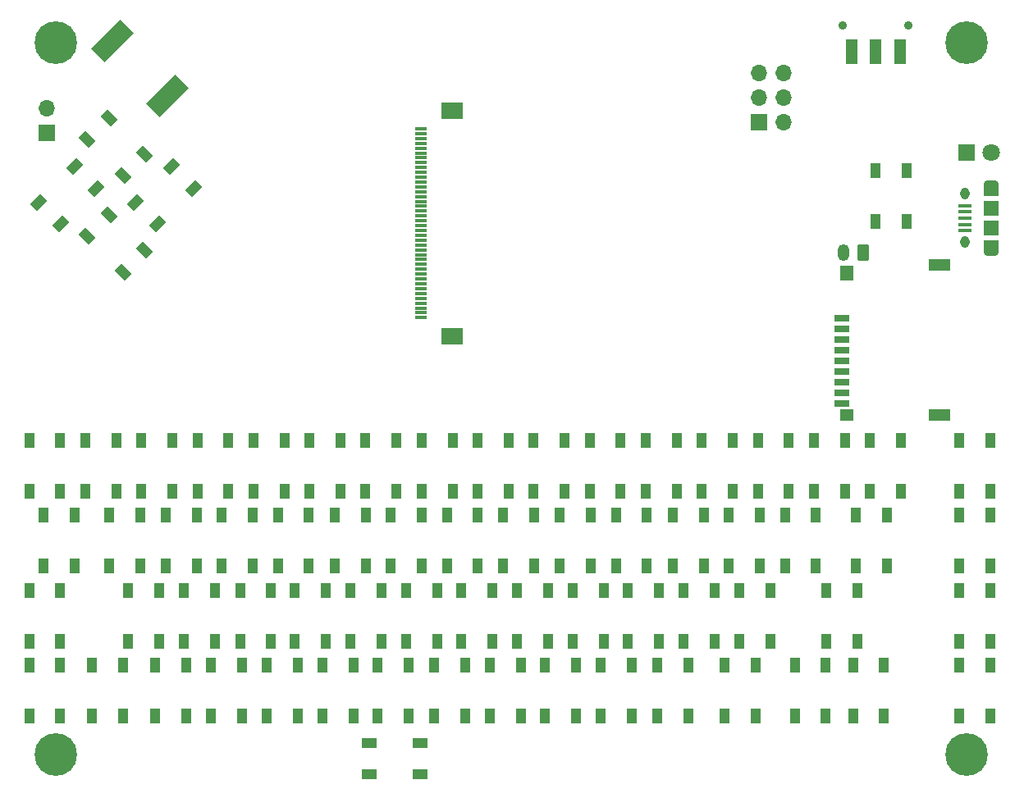
<source format=gbr>
%TF.GenerationSoftware,KiCad,Pcbnew,(6.0.0)*%
%TF.CreationDate,2022-05-08T19:44:55+10:00*%
%TF.ProjectId,paxbadge2022,70617862-6164-4676-9532-3032322e6b69,rev?*%
%TF.SameCoordinates,Original*%
%TF.FileFunction,Soldermask,Top*%
%TF.FilePolarity,Negative*%
%FSLAX46Y46*%
G04 Gerber Fmt 4.6, Leading zero omitted, Abs format (unit mm)*
G04 Created by KiCad (PCBNEW (6.0.0)) date 2022-05-08 19:44:55*
%MOMM*%
%LPD*%
G01*
G04 APERTURE LIST*
G04 Aperture macros list*
%AMRoundRect*
0 Rectangle with rounded corners*
0 $1 Rounding radius*
0 $2 $3 $4 $5 $6 $7 $8 $9 X,Y pos of 4 corners*
0 Add a 4 corners polygon primitive as box body*
4,1,4,$2,$3,$4,$5,$6,$7,$8,$9,$2,$3,0*
0 Add four circle primitives for the rounded corners*
1,1,$1+$1,$2,$3*
1,1,$1+$1,$4,$5*
1,1,$1+$1,$6,$7*
1,1,$1+$1,$8,$9*
0 Add four rect primitives between the rounded corners*
20,1,$1+$1,$2,$3,$4,$5,0*
20,1,$1+$1,$4,$5,$6,$7,0*
20,1,$1+$1,$6,$7,$8,$9,0*
20,1,$1+$1,$8,$9,$2,$3,0*%
%AMRotRect*
0 Rectangle, with rotation*
0 The origin of the aperture is its center*
0 $1 length*
0 $2 width*
0 $3 Rotation angle, in degrees counterclockwise*
0 Add horizontal line*
21,1,$1,$2,0,0,$3*%
G04 Aperture macros list end*
%ADD10C,1.800000*%
%ADD11R,1.800000X1.800000*%
%ADD12R,1.000000X1.550000*%
%ADD13C,4.400000*%
%ADD14RotRect,1.550000X1.000000X135.000000*%
%ADD15RotRect,2.000000X4.200000X135.000000*%
%ADD16RotRect,1.550000X1.000000X45.000000*%
%ADD17R,1.700000X1.700000*%
%ADD18O,1.700000X1.700000*%
%ADD19R,1.300000X0.300000*%
%ADD20R,2.200000X1.800000*%
%ADD21R,1.600000X0.700000*%
%ADD22R,2.200000X1.200000*%
%ADD23R,1.400000X1.200000*%
%ADD24R,1.400000X1.600000*%
%ADD25R,1.350000X0.400000*%
%ADD26O,0.950000X1.250000*%
%ADD27R,1.550000X1.200000*%
%ADD28R,1.550000X1.500000*%
%ADD29O,1.550000X0.890000*%
%ADD30C,0.900000*%
%ADD31R,1.250000X2.500000*%
%ADD32RotRect,1.550000X1.000000X225.000000*%
%ADD33R,1.550000X1.000000*%
%ADD34RoundRect,0.250000X0.350000X0.625000X-0.350000X0.625000X-0.350000X-0.625000X0.350000X-0.625000X0*%
%ADD35O,1.200000X1.750000*%
G04 APERTURE END LIST*
D10*
%TO.C,D2*%
X135900000Y-74800000D03*
D11*
X133360000Y-74800000D03*
%TD*%
D12*
%TO.C,SW61*%
X94480000Y-109775000D03*
X94480000Y-104525000D03*
X97680000Y-109775000D03*
X97680000Y-104525000D03*
%TD*%
D13*
%TO.C,H1*%
X39350000Y-63450000D03*
%TD*%
D12*
%TO.C,SW15*%
X108840000Y-112275000D03*
X108840000Y-117525000D03*
X112040000Y-112275000D03*
X112040000Y-117525000D03*
%TD*%
%TO.C,SW62*%
X106050001Y-104525000D03*
X106050001Y-109775000D03*
X109250001Y-104525000D03*
X109250001Y-109775000D03*
%TD*%
D14*
%TO.C,SW67*%
X42589754Y-83492332D03*
X46302064Y-87204642D03*
X44852496Y-81229590D03*
X48564806Y-84941900D03*
%TD*%
D12*
%TO.C,SW10*%
X50740000Y-112275000D03*
X50740000Y-117525000D03*
X53940000Y-112275000D03*
X53940000Y-117525000D03*
%TD*%
%TO.C,SW2*%
X54000000Y-109775000D03*
X54000000Y-104525000D03*
X57200000Y-109775000D03*
X57200000Y-104525000D03*
%TD*%
%TO.C,SW37*%
X84180000Y-133025000D03*
X84180000Y-127775000D03*
X87380000Y-133025000D03*
X87380000Y-127775000D03*
%TD*%
%TO.C,SW23*%
X104170000Y-120025000D03*
X104170000Y-125275000D03*
X107370000Y-120025000D03*
X107370000Y-125275000D03*
%TD*%
%TO.C,SW54*%
X103060000Y-117525000D03*
X103060000Y-112275000D03*
X106260000Y-112275000D03*
X106260000Y-117525000D03*
%TD*%
D15*
%TO.C,LS1*%
X50928427Y-68978427D03*
X45271573Y-63321573D03*
%TD*%
D12*
%TO.C,SW26*%
X43150001Y-127775000D03*
X43150001Y-133025000D03*
X46350001Y-133025000D03*
X46350001Y-127775000D03*
%TD*%
%TO.C,SW48*%
X132650000Y-112274999D03*
X132650000Y-117524999D03*
X135850000Y-117524999D03*
X135850000Y-112274999D03*
%TD*%
%TO.C,SW27*%
X55369999Y-133025000D03*
X55369999Y-127775000D03*
X58569999Y-133025000D03*
X58569999Y-127775000D03*
%TD*%
%TO.C,SW65*%
X121950001Y-117525000D03*
X121950001Y-112275000D03*
X125150001Y-117525000D03*
X125150001Y-112275000D03*
%TD*%
%TO.C,SW44*%
X75580000Y-125275000D03*
X75580000Y-120025000D03*
X78780000Y-125275000D03*
X78780000Y-120025000D03*
%TD*%
%TO.C,SW63*%
X117610000Y-109775000D03*
X117610000Y-104525000D03*
X120810000Y-109775000D03*
X120810000Y-104525000D03*
%TD*%
D16*
%TO.C,SW69*%
X51311996Y-76262474D03*
X47599686Y-79974784D03*
X49862428Y-82237526D03*
X53574738Y-78525216D03*
%TD*%
D17*
%TO.C,J1*%
X38500000Y-72775000D03*
D18*
X38500000Y-70235000D03*
%TD*%
D12*
%TO.C,SW3*%
X65560000Y-104525000D03*
X65560000Y-109775000D03*
X68760000Y-104525000D03*
X68760000Y-109775000D03*
%TD*%
D13*
%TO.C,H3*%
X39350000Y-136950000D03*
%TD*%
D12*
%TO.C,SW52*%
X79740000Y-112275000D03*
X79740000Y-117525000D03*
X82940000Y-117525000D03*
X82940000Y-112275000D03*
%TD*%
%TO.C,SW53*%
X91400000Y-117525000D03*
X91400000Y-112275000D03*
X94600000Y-117525000D03*
X94600000Y-112275000D03*
%TD*%
%TO.C,SW5*%
X88700000Y-109775000D03*
X88700000Y-104525000D03*
X91900000Y-109775000D03*
X91900000Y-104525000D03*
%TD*%
%TO.C,SW51*%
X68180000Y-117525000D03*
X68180000Y-112275000D03*
X71380000Y-112275000D03*
X71380000Y-117525000D03*
%TD*%
%TO.C,SW58*%
X59780000Y-104525000D03*
X59780000Y-109775000D03*
X62980000Y-109775000D03*
X62980000Y-104525000D03*
%TD*%
D13*
%TO.C,H4*%
X133350000Y-136950000D03*
%TD*%
D12*
%TO.C,SW25*%
X36650000Y-120025000D03*
X36650000Y-125275000D03*
X39850000Y-125275000D03*
X39850000Y-120025000D03*
%TD*%
%TO.C,SW47*%
X109950000Y-125275000D03*
X109950000Y-120025000D03*
X113150000Y-125275000D03*
X113150000Y-120025000D03*
%TD*%
%TO.C,SW49*%
X44899999Y-117525000D03*
X44899999Y-112275000D03*
X48099999Y-117525000D03*
X48099999Y-112275000D03*
%TD*%
%TO.C,SW55*%
X114620000Y-117525000D03*
X114620000Y-112275000D03*
X117820000Y-112275000D03*
X117820000Y-117525000D03*
%TD*%
%TO.C,SW12*%
X73960000Y-117524999D03*
X73960000Y-112274999D03*
X77160000Y-117524999D03*
X77160000Y-112274999D03*
%TD*%
%TO.C,SW46*%
X98390000Y-125275000D03*
X98390000Y-120025000D03*
X101590000Y-125275000D03*
X101590000Y-120025000D03*
%TD*%
D19*
%TO.C,J5*%
X77041863Y-72375009D03*
X77041863Y-72875009D03*
X77041863Y-73375009D03*
X77041863Y-73875009D03*
X77041863Y-74375009D03*
X77041863Y-74875009D03*
X77041863Y-75375009D03*
X77041863Y-75875009D03*
X77041863Y-76375009D03*
X77041863Y-76875009D03*
X77041863Y-77375009D03*
X77041863Y-77875009D03*
X77041863Y-78375009D03*
X77041863Y-78875009D03*
X77041863Y-79375009D03*
X77041863Y-79875009D03*
X77041863Y-80375009D03*
X77041863Y-80875009D03*
X77041863Y-81375009D03*
X77041863Y-81875009D03*
X77041863Y-82375009D03*
X77041863Y-82875009D03*
X77041863Y-83375009D03*
X77041863Y-83875009D03*
X77041863Y-84375009D03*
X77041863Y-84875009D03*
X77041863Y-85375009D03*
X77041863Y-85875009D03*
X77041863Y-86375009D03*
X77041863Y-86875009D03*
X77041863Y-87375009D03*
X77041863Y-87875009D03*
X77041863Y-88375009D03*
X77041863Y-88875009D03*
X77041863Y-89375009D03*
X77041863Y-89875009D03*
X77041863Y-90375009D03*
X77041863Y-90875009D03*
X77041863Y-91375009D03*
X77041863Y-91875009D03*
D20*
X80291863Y-93775009D03*
X80291863Y-70475009D03*
%TD*%
D12*
%TO.C,SW39*%
X108400000Y-133025000D03*
X108400000Y-127775000D03*
X111600000Y-133025000D03*
X111600000Y-127775000D03*
%TD*%
%TO.C,SW70*%
X127200000Y-76675000D03*
X127200000Y-81925000D03*
X124000000Y-76675000D03*
X124000000Y-81925000D03*
%TD*%
%TO.C,SW13*%
X85545001Y-112275000D03*
X85545001Y-117525000D03*
X88745001Y-112275000D03*
X88745001Y-117525000D03*
%TD*%
D21*
%TO.C,J6*%
X120499998Y-91950000D03*
X120499998Y-93050000D03*
X120499998Y-94150000D03*
X120499998Y-95250000D03*
X120499998Y-96350000D03*
D22*
X130599998Y-86400000D03*
D23*
X120999998Y-101900000D03*
D24*
X120999998Y-87300000D03*
D22*
X130599998Y-101900000D03*
D21*
X120499998Y-97450000D03*
X120499998Y-98550000D03*
X120499998Y-99650000D03*
X120499998Y-100750000D03*
%TD*%
D12*
%TO.C,SW6*%
X100260000Y-109775000D03*
X100260000Y-104525000D03*
X103460000Y-109775000D03*
X103460000Y-104525000D03*
%TD*%
%TO.C,SW16*%
X118900000Y-125275000D03*
X118900000Y-120025000D03*
X122100000Y-120025000D03*
X122100000Y-125275000D03*
%TD*%
%TO.C,SW60*%
X82910000Y-104525000D03*
X82910000Y-109775000D03*
X86110000Y-104525000D03*
X86110000Y-109775000D03*
%TD*%
%TO.C,SW28*%
X66930000Y-127775000D03*
X66930000Y-133025000D03*
X70130000Y-133025000D03*
X70130000Y-127775000D03*
%TD*%
%TO.C,SW40*%
X132650000Y-109775000D03*
X132650000Y-104525000D03*
X135850000Y-109775000D03*
X135850000Y-104525000D03*
%TD*%
%TO.C,SW32*%
X115650000Y-133025000D03*
X115650000Y-127775000D03*
X118850000Y-133025000D03*
X118850000Y-127775000D03*
%TD*%
%TO.C,SW34*%
X49650000Y-133025000D03*
X49650000Y-127775000D03*
X52850000Y-127775000D03*
X52850000Y-133025000D03*
%TD*%
%TO.C,SW29*%
X78400001Y-133025000D03*
X78400001Y-127775000D03*
X81600001Y-127775000D03*
X81600001Y-133025000D03*
%TD*%
D14*
%TO.C,SW66*%
X42589754Y-73516281D03*
X46302064Y-77228591D03*
X48564806Y-74965849D03*
X44852496Y-71253539D03*
%TD*%
D12*
%TO.C,SW59*%
X71350000Y-104525000D03*
X71350000Y-109775000D03*
X74550000Y-104525000D03*
X74550000Y-109775000D03*
%TD*%
D25*
%TO.C,J2*%
X133177280Y-82900000D03*
X133177280Y-82250000D03*
X133177280Y-81600000D03*
X133177280Y-80950000D03*
X133177280Y-80300000D03*
D26*
X133177280Y-84100000D03*
D27*
X135877280Y-84500000D03*
D26*
X133177280Y-79100000D03*
D27*
X135877280Y-78700000D03*
D28*
X135877280Y-82600000D03*
D29*
X135877280Y-78100000D03*
D28*
X135877280Y-80600000D03*
D29*
X135877280Y-85100000D03*
%TD*%
D12*
%TO.C,SW11*%
X62299999Y-112275000D03*
X62299999Y-117525000D03*
X65499999Y-112275000D03*
X65499999Y-117525000D03*
%TD*%
%TO.C,SW7*%
X111830000Y-109775000D03*
X111830000Y-104525000D03*
X115030000Y-104525000D03*
X115030000Y-109775000D03*
%TD*%
%TO.C,SW50*%
X56520000Y-112275000D03*
X56520000Y-117525000D03*
X59720000Y-117525000D03*
X59720000Y-112275000D03*
%TD*%
%TO.C,SW9*%
X36650000Y-109775000D03*
X36650000Y-104525000D03*
X39850000Y-104525000D03*
X39850000Y-109775000D03*
%TD*%
%TO.C,SW31*%
X101430000Y-133025000D03*
X101430000Y-127775000D03*
X104630000Y-133025000D03*
X104630000Y-127775000D03*
%TD*%
%TO.C,SW30*%
X89869999Y-133025000D03*
X89869999Y-127775000D03*
X93069999Y-127775000D03*
X93069999Y-133025000D03*
%TD*%
D13*
%TO.C,H2*%
X133350000Y-63450000D03*
%TD*%
D12*
%TO.C,SW1*%
X42430000Y-104525000D03*
X42430000Y-109775000D03*
X45630000Y-109775000D03*
X45630000Y-104525000D03*
%TD*%
D30*
%TO.C,SW72*%
X120600000Y-61700000D03*
X127400000Y-61700000D03*
D31*
X126500000Y-64450000D03*
X124000000Y-64450000D03*
X121500000Y-64450000D03*
%TD*%
D12*
%TO.C,SW38*%
X95650001Y-127775000D03*
X95650001Y-133025000D03*
X98850001Y-127775000D03*
X98850001Y-133025000D03*
%TD*%
%TO.C,SW8*%
X123400000Y-104525000D03*
X123400000Y-109775000D03*
X126600000Y-104525000D03*
X126600000Y-109775000D03*
%TD*%
%TO.C,SW56*%
X132650000Y-125275000D03*
X132650000Y-120025000D03*
X135850000Y-120025000D03*
X135850000Y-125275000D03*
%TD*%
%TO.C,SW35*%
X61150001Y-133025000D03*
X61150001Y-127775000D03*
X64350001Y-127775000D03*
X64350001Y-133025000D03*
%TD*%
%TO.C,SW45*%
X86989999Y-120025000D03*
X86989999Y-125275000D03*
X90189999Y-120025000D03*
X90189999Y-125275000D03*
%TD*%
%TO.C,SW22*%
X92770001Y-120025000D03*
X92770001Y-125275000D03*
X95970001Y-120025000D03*
X95970001Y-125275000D03*
%TD*%
%TO.C,SW18*%
X46840000Y-125275000D03*
X46840000Y-120025000D03*
X50040000Y-120025000D03*
X50040000Y-125275000D03*
%TD*%
D32*
%TO.C,SW68*%
X43576868Y-78525216D03*
X39864558Y-82237526D03*
X37601816Y-79974784D03*
X41314126Y-76262474D03*
%TD*%
D12*
%TO.C,SW20*%
X69800000Y-125275000D03*
X69800000Y-120025000D03*
X73000000Y-125275000D03*
X73000000Y-120025000D03*
%TD*%
%TO.C,SW64*%
X132650000Y-127775001D03*
X132650000Y-133025001D03*
X135850000Y-127775001D03*
X135850000Y-133025001D03*
%TD*%
%TO.C,SW14*%
X97180000Y-112275000D03*
X97180000Y-117525000D03*
X100380000Y-117525000D03*
X100380000Y-112275000D03*
%TD*%
%TO.C,SW36*%
X72619999Y-127775000D03*
X72619999Y-133025000D03*
X75819999Y-133025000D03*
X75819999Y-127775000D03*
%TD*%
D33*
%TO.C,SW33*%
X76955000Y-139000000D03*
X71705000Y-139000000D03*
X71705000Y-135800000D03*
X76955000Y-135800000D03*
%TD*%
D12*
%TO.C,SW41*%
X36650000Y-127775001D03*
X36650000Y-133025001D03*
X39850000Y-127775001D03*
X39850000Y-133025001D03*
%TD*%
%TO.C,SW4*%
X77130000Y-109774999D03*
X77130000Y-104524999D03*
X80330000Y-109774999D03*
X80330000Y-104524999D03*
%TD*%
%TO.C,SW42*%
X52620000Y-125275000D03*
X52620000Y-120025000D03*
X55820000Y-120025000D03*
X55820000Y-125275000D03*
%TD*%
%TO.C,SW19*%
X58399999Y-125275000D03*
X58399999Y-120025000D03*
X61599999Y-120025000D03*
X61599999Y-125275000D03*
%TD*%
%TO.C,SW17*%
X38150000Y-112275000D03*
X38150000Y-117525000D03*
X41350000Y-117525000D03*
X41350000Y-112275000D03*
%TD*%
%TO.C,SW43*%
X64020001Y-125275000D03*
X64020001Y-120025000D03*
X67220001Y-120025000D03*
X67220001Y-125275000D03*
%TD*%
%TO.C,SW21*%
X81210000Y-125275000D03*
X81210000Y-120025000D03*
X84410000Y-125275000D03*
X84410000Y-120025000D03*
%TD*%
%TO.C,SW57*%
X48220000Y-109774999D03*
X48220000Y-104524999D03*
X51420000Y-109774999D03*
X51420000Y-104524999D03*
%TD*%
%TO.C,SW24*%
X121650000Y-133025000D03*
X121650000Y-127775000D03*
X124850000Y-127775000D03*
X124850000Y-133025000D03*
%TD*%
D34*
%TO.C,BT1*%
X122700000Y-85150000D03*
D35*
X120700000Y-85150000D03*
%TD*%
D17*
%TO.C,J3*%
X111975000Y-71675000D03*
D18*
X114515000Y-71675000D03*
X111975000Y-69135000D03*
X114515000Y-69135000D03*
X111975000Y-66595000D03*
X114515000Y-66595000D03*
%TD*%
M02*

</source>
